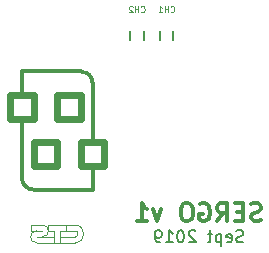
<source format=gbr>
G04 #@! TF.FileFunction,Legend,Bot*
%FSLAX46Y46*%
G04 Gerber Fmt 4.6, Leading zero omitted, Abs format (unit mm)*
G04 Created by KiCad (PCBNEW (2015-08-26 BZR 6129, Git 2e41367)-product) date 9/23/2019 12:40:44 AM*
%MOMM*%
G01*
G04 APERTURE LIST*
%ADD10C,0.100000*%
%ADD11C,0.150000*%
%ADD12C,0.300000*%
%ADD13C,0.600000*%
%ADD14R,2.400000X2.200000*%
%ADD15O,2.400000X2.200000*%
%ADD16C,2.400000*%
%ADD17R,2.400000X2.400000*%
%ADD18O,1.900000X2.900000*%
%ADD19R,2.200000X2.200000*%
%ADD20C,2.200000*%
%ADD21C,1.900000*%
%ADD22R,1.700000X1.300000*%
%ADD23R,0.900000X1.910000*%
G04 APERTURE END LIST*
D10*
X-7250000Y-8000000D02*
X-7250000Y-8500000D01*
X-8250000Y-9000000D02*
X-9750000Y-9000000D01*
X-6500000Y-9000000D02*
X-7750000Y-9000000D01*
X-7750000Y-8500000D02*
X-6500000Y-8500000D01*
X-7750000Y-9500000D02*
X-7750000Y-8500000D01*
X-8750000Y-8000000D02*
X-6500000Y-8000000D01*
X-8750000Y-8500000D02*
X-8750000Y-8000000D01*
X-8250000Y-8500000D02*
X-8750000Y-8500000D01*
X-8250000Y-9500000D02*
X-8250000Y-8500000D01*
X-10250000Y-8000000D02*
X-9250000Y-8000000D01*
X-10250000Y-8500000D02*
X-10250000Y-8000000D01*
X-9250000Y-8500000D02*
X-10250000Y-8500000D01*
X-9250000Y-9000000D02*
G75*
G03X-9250000Y-8000000I0J500000D01*
G01*
X-9750000Y-8500000D02*
G75*
G03X-9750000Y-9500000I0J-500000D01*
G01*
X-6500000Y-9500000D02*
X-9750000Y-9500000D01*
X-6500000Y-9000000D02*
G75*
G03X-6500000Y-8500000I0J250000D01*
G01*
X-6500000Y-9500000D02*
G75*
G03X-6500000Y-8000000I0J750000D01*
G01*
D11*
X7738096Y-9404762D02*
X7595239Y-9452381D01*
X7357143Y-9452381D01*
X7261905Y-9404762D01*
X7214286Y-9357143D01*
X7166667Y-9261905D01*
X7166667Y-9166667D01*
X7214286Y-9071429D01*
X7261905Y-9023810D01*
X7357143Y-8976190D01*
X7547620Y-8928571D01*
X7642858Y-8880952D01*
X7690477Y-8833333D01*
X7738096Y-8738095D01*
X7738096Y-8642857D01*
X7690477Y-8547619D01*
X7642858Y-8500000D01*
X7547620Y-8452381D01*
X7309524Y-8452381D01*
X7166667Y-8500000D01*
X6357143Y-9404762D02*
X6452381Y-9452381D01*
X6642858Y-9452381D01*
X6738096Y-9404762D01*
X6785715Y-9309524D01*
X6785715Y-8928571D01*
X6738096Y-8833333D01*
X6642858Y-8785714D01*
X6452381Y-8785714D01*
X6357143Y-8833333D01*
X6309524Y-8928571D01*
X6309524Y-9023810D01*
X6785715Y-9119048D01*
X5880953Y-8785714D02*
X5880953Y-9785714D01*
X5880953Y-8833333D02*
X5785715Y-8785714D01*
X5595238Y-8785714D01*
X5500000Y-8833333D01*
X5452381Y-8880952D01*
X5404762Y-8976190D01*
X5404762Y-9261905D01*
X5452381Y-9357143D01*
X5500000Y-9404762D01*
X5595238Y-9452381D01*
X5785715Y-9452381D01*
X5880953Y-9404762D01*
X5119048Y-8785714D02*
X4738096Y-8785714D01*
X4976191Y-8452381D02*
X4976191Y-9309524D01*
X4928572Y-9404762D01*
X4833334Y-9452381D01*
X4738096Y-9452381D01*
X3690476Y-8547619D02*
X3642857Y-8500000D01*
X3547619Y-8452381D01*
X3309523Y-8452381D01*
X3214285Y-8500000D01*
X3166666Y-8547619D01*
X3119047Y-8642857D01*
X3119047Y-8738095D01*
X3166666Y-8880952D01*
X3738095Y-9452381D01*
X3119047Y-9452381D01*
X2500000Y-8452381D02*
X2404761Y-8452381D01*
X2309523Y-8500000D01*
X2261904Y-8547619D01*
X2214285Y-8642857D01*
X2166666Y-8833333D01*
X2166666Y-9071429D01*
X2214285Y-9261905D01*
X2261904Y-9357143D01*
X2309523Y-9404762D01*
X2404761Y-9452381D01*
X2500000Y-9452381D01*
X2595238Y-9404762D01*
X2642857Y-9357143D01*
X2690476Y-9261905D01*
X2738095Y-9071429D01*
X2738095Y-8833333D01*
X2690476Y-8642857D01*
X2642857Y-8547619D01*
X2595238Y-8500000D01*
X2500000Y-8452381D01*
X1214285Y-9452381D02*
X1785714Y-9452381D01*
X1500000Y-9452381D02*
X1500000Y-8452381D01*
X1595238Y-8595238D01*
X1690476Y-8690476D01*
X1785714Y-8738095D01*
X738095Y-9452381D02*
X547619Y-9452381D01*
X452380Y-9404762D01*
X404761Y-9357143D01*
X309523Y-9214286D01*
X261904Y-9023810D01*
X261904Y-8642857D01*
X309523Y-8547619D01*
X357142Y-8500000D01*
X452380Y-8452381D01*
X642857Y-8452381D01*
X738095Y-8500000D01*
X785714Y-8547619D01*
X833333Y-8642857D01*
X833333Y-8880952D01*
X785714Y-8976190D01*
X738095Y-9023810D01*
X642857Y-9071429D01*
X452380Y-9071429D01*
X357142Y-9023810D01*
X309523Y-8976190D01*
X261904Y-8880952D01*
D12*
X-11000000Y-4000000D02*
G75*
G03X-10000000Y-5000000I1000000J0D01*
G01*
X-5000000Y4000000D02*
G75*
G03X-6000000Y5000000I-1000000J0D01*
G01*
X-11000000Y-4000000D02*
X-11000000Y1000000D01*
X-5000000Y-5000000D02*
X-10000000Y-5000000D01*
X-5000000Y4000000D02*
X-5000000Y-1000000D01*
X-11000000Y5000000D02*
X-6000000Y5000000D01*
X-5000000Y-3000000D02*
X-5000000Y-5000000D01*
X-11000000Y3000000D02*
X-11000000Y5000000D01*
D13*
X-4000000Y-3000000D02*
X-6000000Y-3000000D01*
X-4000000Y-1000000D02*
X-4000000Y-3000000D01*
X-6000000Y-1000000D02*
X-4000000Y-1000000D01*
X-6000000Y-3000000D02*
X-6000000Y-1000000D01*
X-8000000Y-3000000D02*
X-10000000Y-3000000D01*
X-8000000Y-1000000D02*
X-8000000Y-3000000D01*
X-10000000Y-1000000D02*
X-8000000Y-1000000D01*
X-10000000Y-3000000D02*
X-10000000Y-1000000D01*
X-6000000Y1000000D02*
X-8000000Y1000000D01*
X-6000000Y3000000D02*
X-6000000Y1000000D01*
X-8000000Y3000000D02*
X-6000000Y3000000D01*
X-8000000Y1000000D02*
X-8000000Y3000000D01*
X-10000000Y1000000D02*
X-12000000Y1000000D01*
X-10000000Y3000000D02*
X-10000000Y1000000D01*
X-12000000Y3000000D02*
X-10000000Y3000000D01*
X-12000000Y1000000D02*
X-12000000Y3000000D01*
D12*
X9250000Y-7607143D02*
X9035714Y-7678571D01*
X8678571Y-7678571D01*
X8535714Y-7607143D01*
X8464285Y-7535714D01*
X8392857Y-7392857D01*
X8392857Y-7250000D01*
X8464285Y-7107143D01*
X8535714Y-7035714D01*
X8678571Y-6964286D01*
X8964285Y-6892857D01*
X9107143Y-6821429D01*
X9178571Y-6750000D01*
X9250000Y-6607143D01*
X9250000Y-6464286D01*
X9178571Y-6321429D01*
X9107143Y-6250000D01*
X8964285Y-6178571D01*
X8607143Y-6178571D01*
X8392857Y-6250000D01*
X7750000Y-6892857D02*
X7250000Y-6892857D01*
X7035714Y-7678571D02*
X7750000Y-7678571D01*
X7750000Y-6178571D01*
X7035714Y-6178571D01*
X5535714Y-7678571D02*
X6035714Y-6964286D01*
X6392857Y-7678571D02*
X6392857Y-6178571D01*
X5821429Y-6178571D01*
X5678571Y-6250000D01*
X5607143Y-6321429D01*
X5535714Y-6464286D01*
X5535714Y-6678571D01*
X5607143Y-6821429D01*
X5678571Y-6892857D01*
X5821429Y-6964286D01*
X6392857Y-6964286D01*
X4107143Y-6250000D02*
X4250000Y-6178571D01*
X4464286Y-6178571D01*
X4678571Y-6250000D01*
X4821429Y-6392857D01*
X4892857Y-6535714D01*
X4964286Y-6821429D01*
X4964286Y-7035714D01*
X4892857Y-7321429D01*
X4821429Y-7464286D01*
X4678571Y-7607143D01*
X4464286Y-7678571D01*
X4321429Y-7678571D01*
X4107143Y-7607143D01*
X4035714Y-7535714D01*
X4035714Y-7035714D01*
X4321429Y-7035714D01*
X3107143Y-6178571D02*
X2821429Y-6178571D01*
X2678571Y-6250000D01*
X2535714Y-6392857D01*
X2464286Y-6678571D01*
X2464286Y-7178571D01*
X2535714Y-7464286D01*
X2678571Y-7607143D01*
X2821429Y-7678571D01*
X3107143Y-7678571D01*
X3250000Y-7607143D01*
X3392857Y-7464286D01*
X3464286Y-7178571D01*
X3464286Y-6678571D01*
X3392857Y-6392857D01*
X3250000Y-6250000D01*
X3107143Y-6178571D01*
X821428Y-6678571D02*
X464285Y-7678571D01*
X107143Y-6678571D01*
X-1250000Y-7678571D02*
X-392857Y-7678571D01*
X-821429Y-7678571D02*
X-821429Y-6178571D01*
X-678572Y-6392857D01*
X-535714Y-6535714D01*
X-392857Y-6607143D01*
D11*
X687500Y7000000D02*
X687500Y9000000D01*
X687500Y9000000D02*
X1812500Y9000000D01*
X1812500Y9000000D02*
X1812500Y7000000D01*
X1812500Y7000000D02*
X687500Y7000000D01*
X-1812500Y7000000D02*
X-1812500Y9000000D01*
X-1812500Y9000000D02*
X-687500Y9000000D01*
X-687500Y9000000D02*
X-687500Y7000000D01*
X-687500Y7000000D02*
X-1812500Y7000000D01*
D10*
X1595238Y10071429D02*
X1619048Y10047619D01*
X1690476Y10023810D01*
X1738095Y10023810D01*
X1809524Y10047619D01*
X1857143Y10095238D01*
X1880952Y10142857D01*
X1904762Y10238095D01*
X1904762Y10309524D01*
X1880952Y10404762D01*
X1857143Y10452381D01*
X1809524Y10500000D01*
X1738095Y10523810D01*
X1690476Y10523810D01*
X1619048Y10500000D01*
X1595238Y10476190D01*
X1380952Y10023810D02*
X1380952Y10523810D01*
X1380952Y10285714D02*
X1095238Y10285714D01*
X1095238Y10023810D02*
X1095238Y10523810D01*
X595238Y10023810D02*
X880952Y10023810D01*
X738095Y10023810D02*
X738095Y10523810D01*
X785714Y10452381D01*
X833333Y10404762D01*
X880952Y10380952D01*
X-904762Y10071429D02*
X-880952Y10047619D01*
X-809524Y10023810D01*
X-761905Y10023810D01*
X-690476Y10047619D01*
X-642857Y10095238D01*
X-619048Y10142857D01*
X-595238Y10238095D01*
X-595238Y10309524D01*
X-619048Y10404762D01*
X-642857Y10452381D01*
X-690476Y10500000D01*
X-761905Y10523810D01*
X-809524Y10523810D01*
X-880952Y10500000D01*
X-904762Y10476190D01*
X-1119048Y10023810D02*
X-1119048Y10523810D01*
X-1119048Y10285714D02*
X-1404762Y10285714D01*
X-1404762Y10023810D02*
X-1404762Y10523810D01*
X-1619048Y10476190D02*
X-1642858Y10500000D01*
X-1690477Y10523810D01*
X-1809524Y10523810D01*
X-1857143Y10500000D01*
X-1880953Y10476190D01*
X-1904762Y10428571D01*
X-1904762Y10380952D01*
X-1880953Y10309524D01*
X-1595239Y10023810D01*
X-1904762Y10023810D01*
%LPC*%
D14*
X10160000Y5460000D03*
D15*
X7620000Y5460000D03*
D16*
X10160000Y8000000D03*
D15*
X7620000Y8000000D03*
D16*
X10160000Y10540000D03*
D15*
X7620000Y10540000D03*
D17*
X16000000Y-2540000D03*
X13460000Y-2540000D03*
D16*
X16000000Y0D03*
D15*
X13460000Y0D03*
D16*
X16000000Y2540000D03*
D15*
X13460000Y2540000D03*
D18*
X460000Y1000000D03*
X3000000Y1000000D03*
X5540000Y1000000D03*
D19*
X-18270000Y-1905000D03*
D20*
X-15730000Y-635000D03*
X-18270000Y635000D03*
X-15730000Y1905000D03*
D21*
X-16470000Y-3255000D03*
D22*
X1250000Y6950000D03*
X1250000Y9050000D03*
D23*
X1250000Y8000000D03*
D22*
X-1250000Y6950000D03*
X-1250000Y9050000D03*
D23*
X-1250000Y8000000D03*
M02*

</source>
